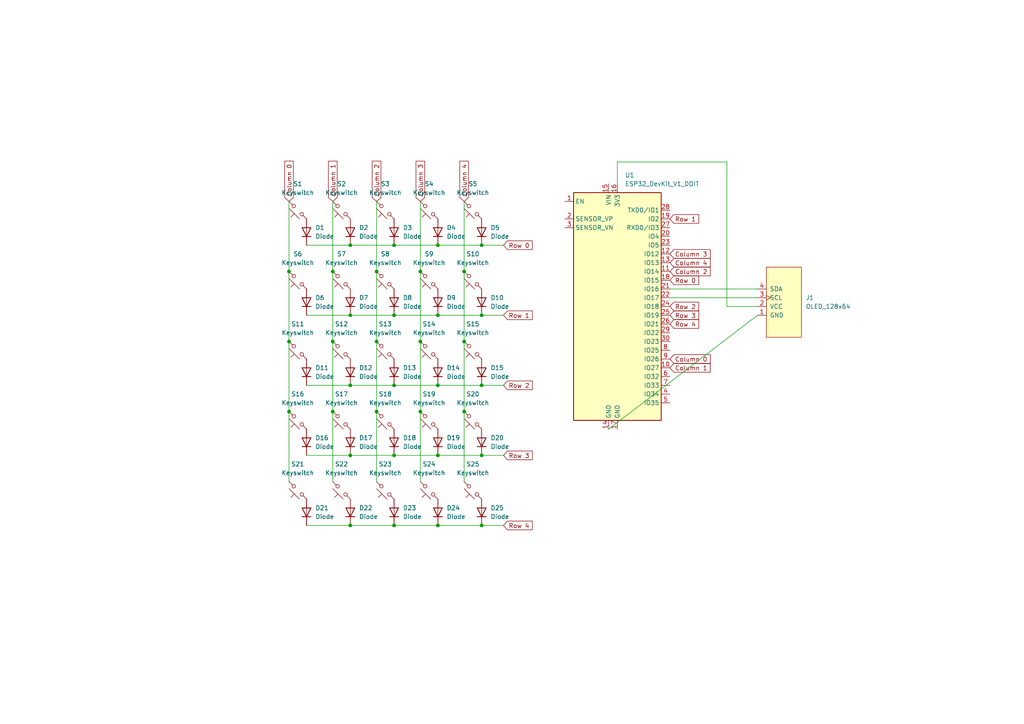
<source format=kicad_sch>
(kicad_sch (version 20231120) (generator "eeschema") (generator_version "8.0")
  (paper "A4")
  (lib_symbols
    (symbol "ScottoKeebs:OLED_128x64" (pin_names (offset 1.016))
      (property "Reference" "J" (at 0 -11.43 0))
      (property "Value" "OLED_128x64" (at 0 -7.62 0))
      (symbol "OLED_128x64_0_1"
        (rectangle (start 10.16 -10.16) (end -10.16 0) (fill (type background)))
      )
      (symbol "OLED_128x64_1_1"
        (pin power_in line (at -3.81 2.54 270) (length 2.54) (name "GND") (number "1"))
        (pin power_in line (at -1.27 2.54 270) (length 2.54) (name "VCC") (number "2"))
        (pin input clock (at 1.27 2.54 270) (length 2.54) (name "SCL") (number "3"))
        (pin bidirectional line (at 3.81 2.54 270) (length 2.54) (name "SDA") (number "4"))
      )
    )
    (symbol "ScottoKeebs:Placeholder_Diode" (pin_numbers hide) (pin_names hide)
      (property "Reference" "D" (at 0 2.54 0))
      (property "Value" "Diode" (at 0 -2.54 0))
      (symbol "Placeholder_Diode_0_1"
        (polyline (pts (xy -1.27 1.27) (xy -1.27 -1.27)) (stroke (width 0.254)))
        (polyline (pts (xy 1.27 0) (xy -1.27 0)))
        (polyline (pts (xy 1.27 1.27) (xy 1.27 -1.27) (xy -1.27 0) (xy 1.27 1.27)) (stroke (width 0.254)))
      )
      (symbol "Placeholder_Diode_1_1"
        (pin passive line (at -3.81 0 0) (length 2.54) (name "K") (number "1"))
        (pin passive line (at 3.81 0 180) (length 2.54) (name "A") (number "2"))
      )
    )
    (symbol "ScottoKeebs:Placeholder_Keyswitch" (pin_numbers hide) (pin_names (offset 1.016) hide)
      (property "Reference" "S" (at 3.048 1.016 0))
      (property "Value" "Keyswitch" (at 0 -3.81 0))
      (symbol "Placeholder_Keyswitch_0_1"
        (circle (center -1.1684 1.1684) (radius 0.508))
        (polyline (pts (xy -0.508 2.54) (xy 2.54 -0.508)))
        (polyline (pts (xy 1.016 1.016) (xy 2.032 2.032)))
        (polyline (pts (xy -2.54 2.54) (xy -1.524 1.524) (xy -1.524 1.524)))
        (polyline (pts (xy 1.524 -1.524) (xy 2.54 -2.54) (xy 2.54 -2.54) (xy 2.54 -2.54)))
        (circle (center 1.143 -1.1938) (radius 0.508))
        (pin passive line (at -2.54 2.54 0) (length 0) (name "1") (number "1"))
        (pin passive line (at 2.54 -2.54 180) (length 0) (name "2") (number "2"))
      )
    )
    (symbol "esp32_devkit_v1_doit:ESP32_DevKit_V1_DOIT"
      (property "Reference" "U" (at -11.43 34.29 0))
      (property "Value" "ESP32_DevKit_V1_DOIT" (at 11.43 34.29 0))
      (symbol "ESP32_DevKit_V1_DOIT_1_1"
        (rectangle (start -12.7 33.02) (end 12.7 -33.02) (stroke (width 0.254)) (fill (type background)))
        (pin input line (at -15.24 30.48 0) (length 2.54) (name "EN") (number "1"))
        (pin bidirectional line (at 15.24 -17.78 180) (length 2.54) (name "IO27") (number "10"))
        (pin bidirectional line (at 15.24 10.16 180) (length 2.54) (name "IO14") (number "11"))
        (pin bidirectional line (at 15.24 15.24 180) (length 2.54) (name "IO12") (number "12"))
        (pin bidirectional line (at 15.24 12.7 180) (length 2.54) (name "IO13") (number "13"))
        (pin power_in line (at -2.54 -35.56 90) (length 2.54) (name "GND") (number "14"))
        (pin power_in line (at -2.54 35.56 270) (length 2.54) (name "VIN") (number "15"))
        (pin power_in line (at 0 35.56 270) (length 2.54) (name "3V3") (number "16"))
        (pin power_in line (at 0 -35.56 90) (length 2.54) (name "GND") (number "17"))
        (pin bidirectional line (at 15.24 7.62 180) (length 2.54) (name "IO15") (number "18"))
        (pin bidirectional line (at 15.24 25.4 180) (length 2.54) (name "IO2") (number "19"))
        (pin input line (at -15.24 25.4 0) (length 2.54) (name "SENSOR_VP") (number "2"))
        (pin bidirectional line (at 15.24 20.32 180) (length 2.54) (name "IO4") (number "20"))
        (pin bidirectional line (at 15.24 5.08 180) (length 2.54) (name "IO16") (number "21"))
        (pin bidirectional line (at 15.24 2.54 180) (length 2.54) (name "IO17") (number "22"))
        (pin bidirectional line (at 15.24 17.78 180) (length 2.54) (name "IO5") (number "23"))
        (pin bidirectional line (at 15.24 0 180) (length 2.54) (name "IO18") (number "24"))
        (pin bidirectional line (at 15.24 -2.54 180) (length 2.54) (name "IO19") (number "25"))
        (pin bidirectional line (at 15.24 -5.08 180) (length 2.54) (name "IO21") (number "26"))
        (pin bidirectional line (at 15.24 22.86 180) (length 2.54) (name "RXD0/IO3") (number "27"))
        (pin bidirectional line (at 15.24 27.94 180) (length 2.54) (name "TXD0/IO1") (number "28"))
        (pin bidirectional line (at 15.24 -7.62 180) (length 2.54) (name "IO22") (number "29"))
        (pin input line (at -15.24 22.86 0) (length 2.54) (name "SENSOR_VN") (number "3"))
        (pin bidirectional line (at 15.24 -10.16 180) (length 2.54) (name "IO23") (number "30"))
        (pin input line (at 15.24 -25.4 180) (length 2.54) (name "IO34") (number "4"))
        (pin input line (at 15.24 -27.94 180) (length 2.54) (name "IO35") (number "5"))
        (pin bidirectional line (at 15.24 -20.32 180) (length 2.54) (name "IO32") (number "6"))
        (pin bidirectional line (at 15.24 -22.86 180) (length 2.54) (name "IO33") (number "7"))
        (pin bidirectional line (at 15.24 -12.7 180) (length 2.54) (name "IO25") (number "8"))
        (pin bidirectional line (at 15.24 -15.24 180) (length 2.54) (name "IO26") (number "9"))
      )
    )
  )
  (junction (at 83.82 78.74))
  (junction (at 101.6 91.44))
  (junction (at 134.62 78.74))
  (junction (at 134.62 99.06))
  (junction (at 139.7 91.44))
  (junction (at 109.22 78.74))
  (junction (at 139.7 132.08))
  (junction (at 96.52 119.38))
  (junction (at 114.3 91.44))
  (junction (at 101.6 152.4))
  (junction (at 127 152.4))
  (junction (at 121.92 119.38))
  (junction (at 139.7 111.76))
  (junction (at 114.3 132.08))
  (junction (at 101.6 132.08))
  (junction (at 127 71.12))
  (junction (at 139.7 71.12))
  (junction (at 114.3 71.12))
  (junction (at 101.6 71.12))
  (junction (at 114.3 111.76))
  (junction (at 134.62 119.38))
  (junction (at 96.52 78.74))
  (junction (at 109.22 99.06))
  (junction (at 96.52 99.06))
  (junction (at 127 91.44))
  (junction (at 83.82 119.38))
  (junction (at 83.82 99.06))
  (junction (at 101.6 111.76))
  (junction (at 121.92 99.06))
  (junction (at 139.7 152.4))
  (junction (at 127 111.76))
  (junction (at 127 132.08))
  (junction (at 114.3 152.4))
  (junction (at 109.22 119.38))
  (junction (at 121.92 78.74))
  (wire (pts (xy 134.62 58.42) (xy 134.62 78.74)))
  (wire (pts (xy 127 71.12) (xy 139.7 71.12)))
  (wire (pts (xy 96.52 119.38) (xy 96.52 139.7)))
  (wire (pts (xy 114.3 91.44) (xy 127 91.44)))
  (wire (pts (xy 219.71 83.82) (xy 194.31 83.82)))
  (wire (pts (xy 210.82 46.99) (xy 179.07 46.99)))
  (wire (pts (xy 109.22 58.42) (xy 109.22 78.74)))
  (wire (pts (xy 101.6 132.08) (xy 114.3 132.08)))
  (wire (pts (xy 114.3 132.08) (xy 127 132.08)))
  (wire (pts (xy 83.82 78.74) (xy 83.82 99.06)))
  (wire (pts (xy 109.22 119.38) (xy 109.22 139.7)))
  (wire (pts (xy 139.7 152.4) (xy 146.05 152.4)))
  (wire (pts (xy 88.9 91.44) (xy 101.6 91.44)))
  (wire (pts (xy 127 152.4) (xy 139.7 152.4)))
  (wire (pts (xy 83.82 99.06) (xy 83.82 119.38)))
  (wire (pts (xy 101.6 71.12) (xy 114.3 71.12)))
  (wire (pts (xy 109.22 78.74) (xy 109.22 99.06)))
  (wire (pts (xy 96.52 58.42) (xy 96.52 78.74)))
  (wire (pts (xy 210.82 46.99) (xy 210.82 88.9)))
  (wire (pts (xy 101.6 111.76) (xy 114.3 111.76)))
  (wire (pts (xy 219.71 86.36) (xy 194.31 86.36)))
  (wire (pts (xy 139.7 111.76) (xy 146.05 111.76)))
  (wire (pts (xy 139.7 132.08) (xy 146.05 132.08)))
  (wire (pts (xy 114.3 71.12) (xy 127 71.12)))
  (wire (pts (xy 127 91.44) (xy 139.7 91.44)))
  (wire (pts (xy 101.6 152.4) (xy 114.3 152.4)))
  (wire (pts (xy 121.92 119.38) (xy 121.92 139.7)))
  (wire (pts (xy 121.92 58.42) (xy 121.92 78.74)))
  (wire (pts (xy 121.92 78.74) (xy 121.92 99.06)))
  (wire (pts (xy 88.9 71.12) (xy 101.6 71.12)))
  (wire (pts (xy 96.52 78.74) (xy 96.52 99.06)))
  (wire (pts (xy 179.07 46.99) (xy 179.07 53.34)))
  (wire (pts (xy 109.22 99.06) (xy 109.22 119.38)))
  (wire (pts (xy 127 132.08) (xy 139.7 132.08)))
  (wire (pts (xy 88.9 111.76) (xy 101.6 111.76)))
  (wire (pts (xy 83.82 58.42) (xy 83.82 78.74)))
  (wire (pts (xy 219.71 91.44) (xy 176.53 124.46)))
  (wire (pts (xy 114.3 152.4) (xy 127 152.4)))
  (wire (pts (xy 101.6 91.44) (xy 114.3 91.44)))
  (wire (pts (xy 83.82 119.38) (xy 83.82 139.7)))
  (wire (pts (xy 121.92 99.06) (xy 121.92 119.38)))
  (wire (pts (xy 127 111.76) (xy 139.7 111.76)))
  (wire (pts (xy 88.9 132.08) (xy 101.6 132.08)))
  (wire (pts (xy 219.71 88.9) (xy 210.82 88.9)))
  (wire (pts (xy 88.9 152.4) (xy 101.6 152.4)))
  (wire (pts (xy 134.62 78.74) (xy 134.62 99.06)))
  (wire (pts (xy 96.52 99.06) (xy 96.52 119.38)))
  (wire (pts (xy 139.7 71.12) (xy 146.05 71.12)))
  (wire (pts (xy 114.3 111.76) (xy 127 111.76)))
  (wire (pts (xy 134.62 99.06) (xy 134.62 119.38)))
  (wire (pts (xy 134.62 119.38) (xy 134.62 139.7)))
  (wire (pts (xy 139.7 91.44) (xy 146.05 91.44)))
  (global_label "Row 4" (shape input) (at 194.31 93.98 0) (property "Intersheetrefs" "${INTERSHEET_REFS}" (effects (hide yes))))
  (global_label "Column 2" (shape input) (at 109.22 58.42 90) (property "Intersheetrefs" "${INTERSHEET_REFS}" (effects (hide yes))))
  (global_label "Column 0" (shape input) (at 83.82 58.42 90) (property "Intersheetrefs" "${INTERSHEET_REFS}" (effects (hide yes))))
  (global_label "Column 0" (shape input) (at 194.31 104.14 0) (property "Intersheetrefs" "${INTERSHEET_REFS}" (effects (hide yes))))
  (global_label "Row 0" (shape input) (at 146.05 71.12 0) (property "Intersheetrefs" "${INTERSHEET_REFS}" (effects (hide yes))))
  (global_label "Column 3" (shape input) (at 121.92 58.42 90) (property "Intersheetrefs" "${INTERSHEET_REFS}" (effects (hide yes))))
  (global_label "Row 4" (shape input) (at 146.05 152.4 0) (property "Intersheetrefs" "${INTERSHEET_REFS}" (effects (hide yes))))
  (global_label "Column 3" (shape input) (at 194.31 73.66 0) (property "Intersheetrefs" "${INTERSHEET_REFS}" (effects (hide yes))))
  (global_label "Row 3" (shape input) (at 194.31 91.44 0) (property "Intersheetrefs" "${INTERSHEET_REFS}" (effects (hide yes))))
  (global_label "Row 3" (shape input) (at 146.05 132.08 0) (property "Intersheetrefs" "${INTERSHEET_REFS}" (effects (hide yes))))
  (global_label "Row 1" (shape input) (at 194.31 63.5 0) (property "Intersheetrefs" "${INTERSHEET_REFS}" (effects (hide yes))))
  (global_label "Column 4" (shape input) (at 134.62 58.42 90) (property "Intersheetrefs" "${INTERSHEET_REFS}" (effects (hide yes))))
  (global_label "Column 1" (shape input) (at 194.31 106.68 0) (property "Intersheetrefs" "${INTERSHEET_REFS}" (effects (hide yes))))
  (global_label "Column 2" (shape input) (at 194.31 78.74 0) (property "Intersheetrefs" "${INTERSHEET_REFS}" (effects (hide yes))))
  (global_label "Row 0" (shape input) (at 194.31 81.28 0) (property "Intersheetrefs" "${INTERSHEET_REFS}" (effects (hide yes))))
  (global_label "Row 1" (shape input) (at 146.05 91.44 0) (property "Intersheetrefs" "${INTERSHEET_REFS}" (effects (hide yes))))
  (global_label "Column 1" (shape input) (at 96.52 58.42 90) (property "Intersheetrefs" "${INTERSHEET_REFS}" (effects (hide yes))))
  (global_label "Row 2" (shape input) (at 146.05 111.76 0) (property "Intersheetrefs" "${INTERSHEET_REFS}" (effects (hide yes))))
  (global_label "Column 4" (shape input) (at 194.31 76.2 0) (property "Intersheetrefs" "${INTERSHEET_REFS}" (effects (hide yes))))
  (global_label "Row 2" (shape input) (at 194.31 88.9 0) (property "Intersheetrefs" "${INTERSHEET_REFS}" (effects (hide yes))))
  (symbol (lib_id "ScottoKeebs:Placeholder_Diode") (at 88.9 128.27 90) (unit 1)
    (property "Reference" "D16" (at 91.44 126.9999 90) (effects (justify right)))
    (property "Value" "Diode" (at 91.44 129.5399 90) (effects (justify right)))
    (property "Footprint" "ScottoKeebs_Components:Diode_DO-35" (effects (hide yes)))
    (property "Description" "1N4148 (DO-35) or 1N4148W (SOD-123)" (effects (hide yes)))
    (property "Sim.Device" "D" (effects (hide yes)))
    (property "Sim.Pins" "1=K 2=A" (effects (hide yes)))
  )
  (symbol (lib_id "ScottoKeebs:Placeholder_Diode") (at 114.3 128.27 90) (unit 1)
    (property "Reference" "D18" (at 116.84 126.9999 90) (effects (justify right)))
    (property "Value" "Diode" (at 116.84 129.5399 90) (effects (justify right)))
    (property "Footprint" "ScottoKeebs_Components:Diode_DO-35" (effects (hide yes)))
    (property "Description" "1N4148 (DO-35) or 1N4148W (SOD-123)" (effects (hide yes)))
    (property "Sim.Device" "D" (effects (hide yes)))
    (property "Sim.Pins" "1=K 2=A" (effects (hide yes)))
  )
  (symbol (lib_id "ScottoKeebs:Placeholder_Diode") (at 101.6 107.95 90) (unit 1)
    (property "Reference" "D12" (at 104.14 106.6799 90) (effects (justify right)))
    (property "Value" "Diode" (at 104.14 109.2199 90) (effects (justify right)))
    (property "Footprint" "ScottoKeebs_Components:Diode_DO-35" (effects (hide yes)))
    (property "Description" "1N4148 (DO-35) or 1N4148W (SOD-123)" (effects (hide yes)))
    (property "Sim.Device" "D" (effects (hide yes)))
    (property "Sim.Pins" "1=K 2=A" (effects (hide yes)))
  )
  (symbol (lib_id "ScottoKeebs:Placeholder_Diode") (at 127 67.31 90) (unit 1)
    (property "Reference" "D4" (at 129.54 66.0399 90) (effects (justify right)))
    (property "Value" "Diode" (at 129.54 68.5799 90) (effects (justify right)))
    (property "Footprint" "ScottoKeebs_Components:Diode_DO-35" (effects (hide yes)))
    (property "Description" "1N4148 (DO-35) or 1N4148W (SOD-123)" (effects (hide yes)))
    (property "Sim.Device" "D" (effects (hide yes)))
    (property "Sim.Pins" "1=K 2=A" (effects (hide yes)))
  )
  (symbol (lib_id "ScottoKeebs:Placeholder_Keyswitch") (at 111.76 101.6 180) (unit 1)
    (property "Reference" "S13" (at 111.76 93.98 0))
    (property "Value" "Keyswitch" (at 111.76 96.52 0))
    (property "Footprint" "Button_Switch_Keyboard:SW_Cherry_MX_1.00u_PCB" (effects (hide yes)))
    (property "Description" "Push button switch, normally open, two pins, 45° tilted" (effects (hide yes)))
  )
  (symbol (lib_id "ScottoKeebs:Placeholder_Keyswitch") (at 124.46 60.96 180) (unit 1)
    (property "Reference" "S4" (at 124.46 53.34 0))
    (property "Value" "Keyswitch" (at 124.46 55.88 0))
    (property "Footprint" "Button_Switch_Keyboard:SW_Cherry_MX_1.00u_PCB" (effects (hide yes)))
    (property "Description" "Push button switch, normally open, two pins, 45° tilted" (effects (hide yes)))
  )
  (symbol (lib_id "ScottoKeebs:Placeholder_Diode") (at 114.3 148.59 90) (unit 1)
    (property "Reference" "D23" (at 116.84 147.3199 90) (effects (justify right)))
    (property "Value" "Diode" (at 116.84 149.8599 90) (effects (justify right)))
    (property "Footprint" "ScottoKeebs_Components:Diode_DO-35" (effects (hide yes)))
    (property "Description" "1N4148 (DO-35) or 1N4148W (SOD-123)" (effects (hide yes)))
    (property "Sim.Device" "D" (effects (hide yes)))
    (property "Sim.Pins" "1=K 2=A" (effects (hide yes)))
  )
  (symbol (lib_id "ScottoKeebs:Placeholder_Diode") (at 101.6 87.63 90) (unit 1)
    (property "Reference" "D7" (at 104.14 86.3599 90) (effects (justify right)))
    (property "Value" "Diode" (at 104.14 88.8999 90) (effects (justify right)))
    (property "Footprint" "ScottoKeebs_Components:Diode_DO-35" (effects (hide yes)))
    (property "Description" "1N4148 (DO-35) or 1N4148W (SOD-123)" (effects (hide yes)))
    (property "Sim.Device" "D" (effects (hide yes)))
    (property "Sim.Pins" "1=K 2=A" (effects (hide yes)))
  )
  (symbol (lib_id "ScottoKeebs:Placeholder_Diode") (at 88.9 67.31 90) (unit 1)
    (property "Reference" "D1" (at 91.44 66.0399 90) (effects (justify right)))
    (property "Value" "Diode" (at 91.44 68.5799 90) (effects (justify right)))
    (property "Footprint" "ScottoKeebs_Components:Diode_DO-35" (effects (hide yes)))
    (property "Description" "1N4148 (DO-35) or 1N4148W (SOD-123)" (effects (hide yes)))
    (property "Sim.Device" "D" (effects (hide yes)))
    (property "Sim.Pins" "1=K 2=A" (effects (hide yes)))
  )
  (symbol (lib_id "ScottoKeebs:Placeholder_Keyswitch") (at 124.46 121.92 180) (unit 1)
    (property "Reference" "S19" (at 124.46 114.3 0))
    (property "Value" "Keyswitch" (at 124.46 116.84 0))
    (property "Footprint" "Button_Switch_Keyboard:SW_Cherry_MX_1.00u_PCB" (effects (hide yes)))
    (property "Description" "Push button switch, normally open, two pins, 45° tilted" (effects (hide yes)))
  )
  (symbol (lib_id "ScottoKeebs:Placeholder_Diode") (at 114.3 87.63 90) (unit 1)
    (property "Reference" "D8" (at 116.84 86.3599 90) (effects (justify right)))
    (property "Value" "Diode" (at 116.84 88.8999 90) (effects (justify right)))
    (property "Footprint" "ScottoKeebs_Components:Diode_DO-35" (effects (hide yes)))
    (property "Description" "1N4148 (DO-35) or 1N4148W (SOD-123)" (effects (hide yes)))
    (property "Sim.Device" "D" (effects (hide yes)))
    (property "Sim.Pins" "1=K 2=A" (effects (hide yes)))
  )
  (symbol (lib_id "ScottoKeebs:Placeholder_Keyswitch") (at 124.46 81.28 180) (unit 1)
    (property "Reference" "S9" (at 124.46 73.66 0))
    (property "Value" "Keyswitch" (at 124.46 76.2 0))
    (property "Footprint" "Button_Switch_Keyboard:SW_Cherry_MX_1.00u_PCB" (effects (hide yes)))
    (property "Description" "Push button switch, normally open, two pins, 45° tilted" (effects (hide yes)))
  )
  (symbol (lib_id "ScottoKeebs:Placeholder_Diode") (at 127 128.27 90) (unit 1)
    (property "Reference" "D19" (at 129.54 126.9999 90) (effects (justify right)))
    (property "Value" "Diode" (at 129.54 129.5399 90) (effects (justify right)))
    (property "Footprint" "ScottoKeebs_Components:Diode_DO-35" (effects (hide yes)))
    (property "Description" "1N4148 (DO-35) or 1N4148W (SOD-123)" (effects (hide yes)))
    (property "Sim.Device" "D" (effects (hide yes)))
    (property "Sim.Pins" "1=K 2=A" (effects (hide yes)))
  )
  (symbol (lib_id "ScottoKeebs:Placeholder_Keyswitch") (at 99.06 60.96 180) (unit 1)
    (property "Reference" "S2" (at 99.06 53.34 0))
    (property "Value" "Keyswitch" (at 99.06 55.88 0))
    (property "Footprint" "Button_Switch_Keyboard:SW_Cherry_MX_1.00u_PCB" (effects (hide yes)))
    (property "Description" "Push button switch, normally open, two pins, 45° tilted" (effects (hide yes)))
  )
  (symbol (lib_id "ScottoKeebs:Placeholder_Diode") (at 88.9 148.59 90) (unit 1)
    (property "Reference" "D21" (at 91.44 147.3199 90) (effects (justify right)))
    (property "Value" "Diode" (at 91.44 149.8599 90) (effects (justify right)))
    (property "Footprint" "ScottoKeebs_Components:Diode_DO-35" (effects (hide yes)))
    (property "Description" "1N4148 (DO-35) or 1N4148W (SOD-123)" (effects (hide yes)))
    (property "Sim.Device" "D" (effects (hide yes)))
    (property "Sim.Pins" "1=K 2=A" (effects (hide yes)))
  )
  (symbol (lib_id "ScottoKeebs:Placeholder_Diode") (at 101.6 128.27 90) (unit 1)
    (property "Reference" "D17" (at 104.14 126.9999 90) (effects (justify right)))
    (property "Value" "Diode" (at 104.14 129.5399 90) (effects (justify right)))
    (property "Footprint" "ScottoKeebs_Components:Diode_DO-35" (effects (hide yes)))
    (property "Description" "1N4148 (DO-35) or 1N4148W (SOD-123)" (effects (hide yes)))
    (property "Sim.Device" "D" (effects (hide yes)))
    (property "Sim.Pins" "1=K 2=A" (effects (hide yes)))
  )
  (symbol (lib_id "ScottoKeebs:Placeholder_Keyswitch") (at 86.36 81.28 180) (unit 1)
    (property "Reference" "S6" (at 86.36 73.66 0))
    (property "Value" "Keyswitch" (at 86.36 76.2 0))
    (property "Footprint" "Button_Switch_Keyboard:SW_Cherry_MX_1.00u_PCB" (effects (hide yes)))
    (property "Description" "Push button switch, normally open, two pins, 45° tilted" (effects (hide yes)))
  )
  (symbol (lib_id "ScottoKeebs:Placeholder_Diode") (at 139.7 148.59 90) (unit 1)
    (property "Reference" "D25" (at 142.24 147.3199 90) (effects (justify right)))
    (property "Value" "Diode" (at 142.24 149.8599 90) (effects (justify right)))
    (property "Footprint" "ScottoKeebs_Components:Diode_DO-35" (effects (hide yes)))
    (property "Description" "1N4148 (DO-35) or 1N4148W (SOD-123)" (effects (hide yes)))
    (property "Sim.Device" "D" (effects (hide yes)))
    (property "Sim.Pins" "1=K 2=A" (effects (hide yes)))
  )
  (symbol (lib_id "ScottoKeebs:Placeholder_Keyswitch") (at 137.16 101.6 180) (unit 1)
    (property "Reference" "S15" (at 137.16 93.98 0))
    (property "Value" "Keyswitch" (at 137.16 96.52 0))
    (property "Footprint" "Button_Switch_Keyboard:SW_Cherry_MX_1.00u_PCB" (effects (hide yes)))
    (property "Description" "Push button switch, normally open, two pins, 45° tilted" (effects (hide yes)))
  )
  (symbol (lib_id "ScottoKeebs:Placeholder_Keyswitch") (at 99.06 121.92 180) (unit 1)
    (property "Reference" "S17" (at 99.06 114.3 0))
    (property "Value" "Keyswitch" (at 99.06 116.84 0))
    (property "Footprint" "Button_Switch_Keyboard:SW_Cherry_MX_1.00u_PCB" (effects (hide yes)))
    (property "Description" "Push button switch, normally open, two pins, 45° tilted" (effects (hide yes)))
  )
  (symbol (lib_id "ScottoKeebs:Placeholder_Diode") (at 139.7 87.63 90) (unit 1)
    (property "Reference" "D10" (at 142.24 86.3599 90) (effects (justify right)))
    (property "Value" "Diode" (at 142.24 88.8999 90) (effects (justify right)))
    (property "Footprint" "ScottoKeebs_Components:Diode_DO-35" (effects (hide yes)))
    (property "Description" "1N4148 (DO-35) or 1N4148W (SOD-123)" (effects (hide yes)))
    (property "Sim.Device" "D" (effects (hide yes)))
    (property "Sim.Pins" "1=K 2=A" (effects (hide yes)))
  )
  (symbol (lib_id "ScottoKeebs:Placeholder_Diode") (at 101.6 148.59 90) (unit 1)
    (property "Reference" "D22" (at 104.14 147.3199 90) (effects (justify right)))
    (property "Value" "Diode" (at 104.14 149.8599 90) (effects (justify right)))
    (property "Footprint" "ScottoKeebs_Components:Diode_DO-35" (effects (hide yes)))
    (property "Description" "1N4148 (DO-35) or 1N4148W (SOD-123)" (effects (hide yes)))
    (property "Sim.Device" "D" (effects (hide yes)))
    (property "Sim.Pins" "1=K 2=A" (effects (hide yes)))
  )
  (symbol (lib_id "ScottoKeebs:Placeholder_Keyswitch") (at 137.16 121.92 180) (unit 1)
    (property "Reference" "S20" (at 137.16 114.3 0))
    (property "Value" "Keyswitch" (at 137.16 116.84 0))
    (property "Footprint" "Button_Switch_Keyboard:SW_Cherry_MX_1.00u_PCB" (effects (hide yes)))
    (property "Description" "Push button switch, normally open, two pins, 45° tilted" (effects (hide yes)))
  )
  (symbol (lib_id "ScottoKeebs:Placeholder_Diode") (at 139.7 107.95 90) (unit 1)
    (property "Reference" "D15" (at 142.24 106.6799 90) (effects (justify right)))
    (property "Value" "Diode" (at 142.24 109.2199 90) (effects (justify right)))
    (property "Footprint" "ScottoKeebs_Components:Diode_DO-35" (effects (hide yes)))
    (property "Description" "1N4148 (DO-35) or 1N4148W (SOD-123)" (effects (hide yes)))
    (property "Sim.Device" "D" (effects (hide yes)))
    (property "Sim.Pins" "1=K 2=A" (effects (hide yes)))
  )
  (symbol (lib_id "ScottoKeebs:Placeholder_Keyswitch") (at 111.76 60.96 180) (unit 1)
    (property "Reference" "S3" (at 111.76 53.34 0))
    (property "Value" "Keyswitch" (at 111.76 55.88 0))
    (property "Footprint" "Button_Switch_Keyboard:SW_Cherry_MX_1.00u_PCB" (effects (hide yes)))
    (property "Description" "Push button switch, normally open, two pins, 45° tilted" (effects (hide yes)))
  )
  (symbol (lib_id "ScottoKeebs:Placeholder_Keyswitch") (at 137.16 81.28 180) (unit 1)
    (property "Reference" "S10" (at 137.16 73.66 0))
    (property "Value" "Keyswitch" (at 137.16 76.2 0))
    (property "Footprint" "Button_Switch_Keyboard:SW_Cherry_MX_1.00u_PCB" (effects (hide yes)))
    (property "Description" "Push button switch, normally open, two pins, 45° tilted" (effects (hide yes)))
  )
  (symbol (lib_id "ScottoKeebs:Placeholder_Diode") (at 127 148.59 90) (unit 1)
    (property "Reference" "D24" (at 129.54 147.3199 90) (effects (justify right)))
    (property "Value" "Diode" (at 129.54 149.8599 90) (effects (justify right)))
    (property "Footprint" "ScottoKeebs_Components:Diode_DO-35" (effects (hide yes)))
    (property "Description" "1N4148 (DO-35) or 1N4148W (SOD-123)" (effects (hide yes)))
    (property "Sim.Device" "D" (effects (hide yes)))
    (property "Sim.Pins" "1=K 2=A" (effects (hide yes)))
  )
  (symbol (lib_id "ScottoKeebs:Placeholder_Keyswitch") (at 137.16 142.24 180) (unit 1)
    (property "Reference" "S25" (at 137.16 134.62 0))
    (property "Value" "Keyswitch" (at 137.16 137.16 0))
    (property "Footprint" "Button_Switch_Keyboard:SW_Cherry_MX_1.00u_PCB" (effects (hide yes)))
    (property "Description" "Push button switch, normally open, two pins, 45° tilted" (effects (hide yes)))
  )
  (symbol (lib_id "ScottoKeebs:Placeholder_Keyswitch") (at 99.06 142.24 180) (unit 1)
    (property "Reference" "S22" (at 99.06 134.62 0))
    (property "Value" "Keyswitch" (at 99.06 137.16 0))
    (property "Footprint" "Button_Switch_Keyboard:SW_Cherry_MX_1.00u_PCB" (effects (hide yes)))
    (property "Description" "Push button switch, normally open, two pins, 45° tilted" (effects (hide yes)))
  )
  (symbol (lib_id "ScottoKeebs:Placeholder_Diode") (at 101.6 67.31 90) (unit 1)
    (property "Reference" "D2" (at 104.14 66.0399 90) (effects (justify right)))
    (property "Value" "Diode" (at 104.14 68.5799 90) (effects (justify right)))
    (property "Footprint" "ScottoKeebs_Components:Diode_DO-35" (effects (hide yes)))
    (property "Description" "1N4148 (DO-35) or 1N4148W (SOD-123)" (effects (hide yes)))
    (property "Sim.Device" "D" (effects (hide yes)))
    (property "Sim.Pins" "1=K 2=A" (effects (hide yes)))
  )
  (symbol (lib_id "ScottoKeebs:Placeholder_Keyswitch") (at 86.36 60.96 180) (unit 1)
    (property "Reference" "S1" (at 86.36 53.34 0))
    (property "Value" "Keyswitch" (at 86.36 55.88 0))
    (property "Footprint" "Button_Switch_Keyboard:SW_Cherry_MX_1.00u_PCB" (effects (hide yes)))
    (property "Description" "Push button switch, normally open, two pins, 45° tilted" (effects (hide yes)))
  )
  (symbol (lib_id "ScottoKeebs:Placeholder_Diode") (at 114.3 107.95 90) (unit 1)
    (property "Reference" "D13" (at 116.84 106.6799 90) (effects (justify right)))
    (property "Value" "Diode" (at 116.84 109.2199 90) (effects (justify right)))
    (property "Footprint" "ScottoKeebs_Components:Diode_DO-35" (effects (hide yes)))
    (property "Description" "1N4148 (DO-35) or 1N4148W (SOD-123)" (effects (hide yes)))
    (property "Sim.Device" "D" (effects (hide yes)))
    (property "Sim.Pins" "1=K 2=A" (effects (hide yes)))
  )
  (symbol (lib_id "esp32_devkit_v1_doit:ESP32_DevKit_V1_DOIT") (at 179.07 88.9 0) (unit 1)
    (property "Reference" "U1" (at 181.2641 50.8 0) (effects (justify left)))
    (property "Value" "ESP32_DevKit_V1_DOIT" (at 181.2641 53.34 0) (effects (justify left)))
    (property "Footprint" "ESP32_DevKit_V1_DOIT:esp32_devkit_v1_doit" (effects (hide yes)))
    (property "Datasheet" "https://aliexpress.com/item/32864722159.html" (effects (hide yes)))
    (property "Description" "32-bit microcontroller module with WiFi and Bluetooth" (effects (hide yes)))
  )
  (symbol (lib_id "ScottoKeebs:Placeholder_Diode") (at 114.3 67.31 90) (unit 1)
    (property "Reference" "D3" (at 116.84 66.0399 90) (effects (justify right)))
    (property "Value" "Diode" (at 116.84 68.5799 90) (effects (justify right)))
    (property "Footprint" "ScottoKeebs_Components:Diode_DO-35" (effects (hide yes)))
    (property "Description" "1N4148 (DO-35) or 1N4148W (SOD-123)" (effects (hide yes)))
    (property "Sim.Device" "D" (effects (hide yes)))
    (property "Sim.Pins" "1=K 2=A" (effects (hide yes)))
  )
  (symbol (lib_id "ScottoKeebs:Placeholder_Keyswitch") (at 111.76 81.28 180) (unit 1)
    (property "Reference" "S8" (at 111.76 73.66 0))
    (property "Value" "Keyswitch" (at 111.76 76.2 0))
    (property "Footprint" "Button_Switch_Keyboard:SW_Cherry_MX_1.00u_PCB" (effects (hide yes)))
    (property "Description" "Push button switch, normally open, two pins, 45° tilted" (effects (hide yes)))
  )
  (symbol (lib_id "ScottoKeebs:Placeholder_Keyswitch") (at 124.46 142.24 180) (unit 1)
    (property "Reference" "S24" (at 124.46 134.62 0))
    (property "Value" "Keyswitch" (at 124.46 137.16 0))
    (property "Footprint" "Button_Switch_Keyboard:SW_Cherry_MX_1.00u_PCB" (effects (hide yes)))
    (property "Description" "Push button switch, normally open, two pins, 45° tilted" (effects (hide yes)))
  )
  (symbol (lib_id "ScottoKeebs:Placeholder_Diode") (at 139.7 67.31 90) (unit 1)
    (property "Reference" "D5" (at 142.24 66.0399 90) (effects (justify right)))
    (property "Value" "Diode" (at 142.24 68.5799 90) (effects (justify right)))
    (property "Footprint" "ScottoKeebs_Components:Diode_DO-35" (effects (hide yes)))
    (property "Description" "1N4148 (DO-35) or 1N4148W (SOD-123)" (effects (hide yes)))
    (property "Sim.Device" "D" (effects (hide yes)))
    (property "Sim.Pins" "1=K 2=A" (effects (hide yes)))
  )
  (symbol (lib_id "ScottoKeebs:Placeholder_Keyswitch") (at 137.16 60.96 180) (unit 1)
    (property "Reference" "S5" (at 137.16 53.34 0))
    (property "Value" "Keyswitch" (at 137.16 55.88 0))
    (property "Footprint" "Button_Switch_Keyboard:SW_Cherry_MX_1.00u_PCB" (effects (hide yes)))
    (property "Description" "Push button switch, normally open, two pins, 45° tilted" (effects (hide yes)))
  )
  (symbol (lib_id "ScottoKeebs:Placeholder_Keyswitch") (at 86.36 142.24 180) (unit 1)
    (property "Reference" "S21" (at 86.36 134.62 0))
    (property "Value" "Keyswitch" (at 86.36 137.16 0))
    (property "Footprint" "Button_Switch_Keyboard:SW_Cherry_MX_1.00u_PCB" (effects (hide yes)))
    (property "Description" "Push button switch, normally open, two pins, 45° tilted" (effects (hide yes)))
  )
  (symbol (lib_id "ScottoKeebs:OLED_128x64") (at 222.25 87.63 90) (unit 1)
    (property "Reference" "J1" (at 233.68 86.3599 90) (effects (justify right)))
    (property "Value" "OLED_128x64" (at 233.68 88.8999 90) (effects (justify right)))
    (property "Footprint" "ScottoKeebs_Components:OLED_128x64" (effects (hide yes)))
  )
  (symbol (lib_id "ScottoKeebs:Placeholder_Keyswitch") (at 86.36 121.92 180) (unit 1)
    (property "Reference" "S16" (at 86.36 114.3 0))
    (property "Value" "Keyswitch" (at 86.36 116.84 0))
    (property "Footprint" "Button_Switch_Keyboard:SW_Cherry_MX_1.00u_PCB" (effects (hide yes)))
    (property "Description" "Push button switch, normally open, two pins, 45° tilted" (effects (hide yes)))
  )
  (symbol (lib_id "ScottoKeebs:Placeholder_Keyswitch") (at 86.36 101.6 180) (unit 1)
    (property "Reference" "S11" (at 86.36 93.98 0))
    (property "Value" "Keyswitch" (at 86.36 96.52 0))
    (property "Footprint" "Button_Switch_Keyboard:SW_Cherry_MX_1.00u_PCB" (effects (hide yes)))
    (property "Description" "Push button switch, normally open, two pins, 45° tilted" (effects (hide yes)))
  )
  (symbol (lib_id "ScottoKeebs:Placeholder_Diode") (at 139.7 128.27 90) (unit 1)
    (property "Reference" "D20" (at 142.24 126.9999 90) (effects (justify right)))
    (property "Value" "Diode" (at 142.24 129.5399 90) (effects (justify right)))
    (property "Footprint" "ScottoKeebs_Components:Diode_DO-35" (effects (hide yes)))
    (property "Description" "1N4148 (DO-35) or 1N4148W (SOD-123)" (effects (hide yes)))
    (property "Sim.Device" "D" (effects (hide yes)))
    (property "Sim.Pins" "1=K 2=A" (effects (hide yes)))
  )
  (symbol (lib_id "ScottoKeebs:Placeholder_Keyswitch") (at 111.76 121.92 180) (unit 1)
    (property "Reference" "S18" (at 111.76 114.3 0))
    (property "Value" "Keyswitch" (at 111.76 116.84 0))
    (property "Footprint" "Button_Switch_Keyboard:SW_Cherry_MX_1.00u_PCB" (effects (hide yes)))
    (property "Description" "Push button switch, normally open, two pins, 45° tilted" (effects (hide yes)))
  )
  (symbol (lib_id "ScottoKeebs:Placeholder_Diode") (at 127 87.63 90) (unit 1)
    (property "Reference" "D9" (at 129.54 86.3599 90) (effects (justify right)))
    (property "Value" "Diode" (at 129.54 88.8999 90) (effects (justify right)))
    (property "Footprint" "ScottoKeebs_Components:Diode_DO-35" (effects (hide yes)))
    (property "Description" "1N4148 (DO-35) or 1N4148W (SOD-123)" (effects (hide yes)))
    (property "Sim.Device" "D" (effects (hide yes)))
    (property "Sim.Pins" "1=K 2=A" (effects (hide yes)))
  )
  (symbol (lib_id "ScottoKeebs:Placeholder_Keyswitch") (at 111.76 142.24 180) (unit 1)
    (property "Reference" "S23" (at 111.76 134.62 0))
    (property "Value" "Keyswitch" (at 111.76 137.16 0))
    (property "Footprint" "Button_Switch_Keyboard:SW_Cherry_MX_1.00u_PCB" (effects (hide yes)))
    (property "Description" "Push button switch, normally open, two pins, 45° tilted" (effects (hide yes)))
  )
  (symbol (lib_id "ScottoKeebs:Placeholder_Diode") (at 88.9 107.95 90) (unit 1)
    (property "Reference" "D11" (at 91.44 106.6799 90) (effects (justify right)))
    (property "Value" "Diode" (at 91.44 109.2199 90) (effects (justify right)))
    (property "Footprint" "ScottoKeebs_Components:Diode_DO-35" (effects (hide yes)))
    (property "Description" "1N4148 (DO-35) or 1N4148W (SOD-123)" (effects (hide yes)))
    (property "Sim.Device" "D" (effects (hide yes)))
    (property "Sim.Pins" "1=K 2=A" (effects (hide yes)))
  )
  (symbol (lib_id "ScottoKeebs:Placeholder_Keyswitch") (at 124.46 101.6 180) (unit 1)
    (property "Reference" "S14" (at 124.46 93.98 0))
    (property "Value" "Keyswitch" (at 124.46 96.52 0))
    (property "Footprint" "Button_Switch_Keyboard:SW_Cherry_MX_1.00u_PCB" (effects (hide yes)))
    (property "Description" "Push button switch, normally open, two pins, 45° tilted" (effects (hide yes)))
  )
  (symbol (lib_id "ScottoKeebs:Placeholder_Keyswitch") (at 99.06 81.28 180) (unit 1)
    (property "Reference" "S7" (at 99.06 73.66 0))
    (property "Value" "Keyswitch" (at 99.06 76.2 0))
    (property "Footprint" "Button_Switch_Keyboard:SW_Cherry_MX_1.00u_PCB" (effects (hide yes)))
    (property "Description" "Push button switch, normally open, two pins, 45° tilted" (effects (hide yes)))
  )
  (symbol (lib_id "ScottoKeebs:Placeholder_Keyswitch") (at 99.06 101.6 180) (unit 1)
    (property "Reference" "S12" (at 99.06 93.98 0))
    (property "Value" "Keyswitch" (at 99.06 96.52 0))
    (property "Footprint" "Button_Switch_Keyboard:SW_Cherry_MX_1.00u_PCB" (effects (hide yes)))
    (property "Description" "Push button switch, normally open, two pins, 45° tilted" (effects (hide yes)))
  )
  (symbol (lib_id "ScottoKeebs:Placeholder_Diode") (at 88.9 87.63 90) (unit 1)
    (property "Reference" "D6" (at 91.44 86.3599 90) (effects (justify right)))
    (property "Value" "Diode" (at 91.44 88.8999 90) (effects (justify right)))
    (property "Footprint" "ScottoKeebs_Components:Diode_DO-35" (effects (hide yes)))
    (property "Description" "1N4148 (DO-35) or 1N4148W (SOD-123)" (effects (hide yes)))
    (property "Sim.Device" "D" (effects (hide yes)))
    (property "Sim.Pins" "1=K 2=A" (effects (hide yes)))
  )
  (symbol (lib_id "ScottoKeebs:Placeholder_Diode") (at 127 107.95 90) (unit 1)
    (property "Reference" "D14" (at 129.54 106.6799 90) (effects (justify right)))
    (property "Value" "Diode" (at 129.54 109.2199 90) (effects (justify right)))
    (property "Footprint" "ScottoKeebs_Components:Diode_DO-35" (effects (hide yes)))
    (property "Description" "1N4148 (DO-35) or 1N4148W (SOD-123)" (effects (hide yes)))
    (property "Sim.Device" "D" (effects (hide yes)))
    (property "Sim.Pins" "1=K 2=A" (effects (hide yes)))
  )
)
</source>
